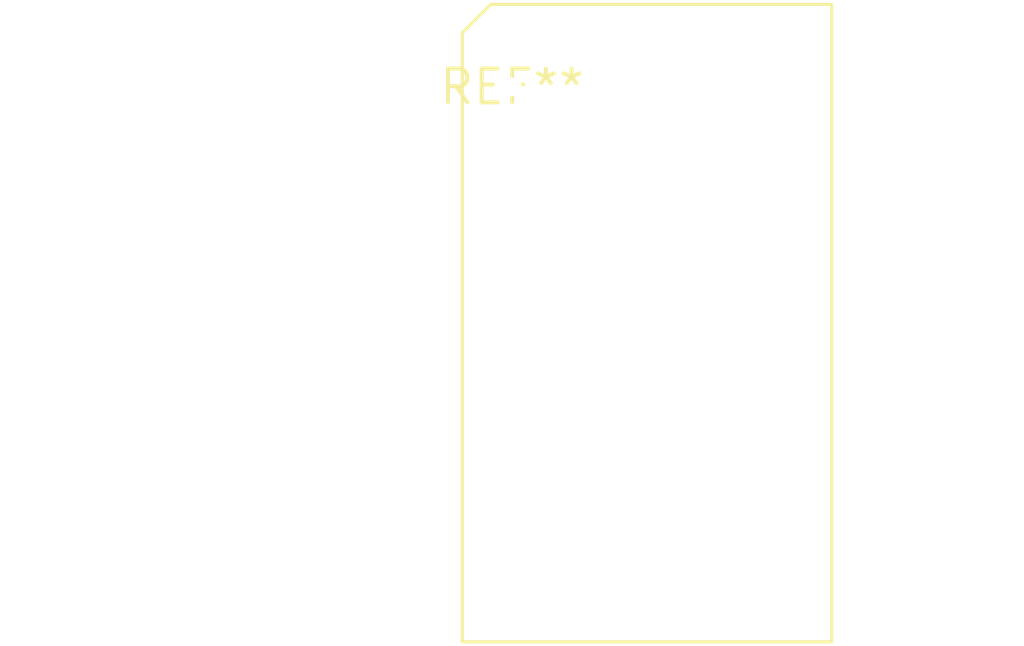
<source format=kicad_pcb>
(kicad_pcb (version 20240108) (generator pcbnew)
  (layers (0 "F.Cu" signal) (31 "B.Cu" signal) (34 "B.Paste" user) (35 "F.Paste" user) (36 "B.SilkS" user "B.Silkscreen") (37 "F.SilkS" user "F.Silkscreen") (38 "B.Mask" user) (39 "F.Mask" user) (44 "Edge.Cuts" user))
  (net 0 "")
  (footprint "Converter_DCDC_TRACO_TEL12-xxxx_THT" (layer "F.Cu") (at 0 0)
    (property "Reference" "REF**")
    (property "Value" "Converter_DCDC_TRACO_TEL12-xxxx_THT")
    (fp_line (start -1.88 -2.045) (end -1.88 20.9) (layer "F.SilkS") (stroke (width 0.12)))
    (fp_line (start -1.88 20.91) (end 12.04 20.91) (layer "F.SilkS") (stroke (width 0.12)))
    (fp_line (start -0.815 -3.11) (end -1.88 -2.045) (layer "F.SilkS") (stroke (width 0.12)))
    (fp_line (start 12.03 -3.11) (end -0.815 -3.11) (layer "F.SilkS") (stroke (width 0.12)))
    (fp_line (start 12.04 20.9) (end 12.04 -3.1) (layer "F.SilkS") (stroke (width 0.12)))
    (pad "1" thru_hole rect (at 0 0) (size 2 1.5) (drill 0.7) (layers *.Cu *.Mask) (remove_unused_layers))
    (pad "8" thru_hole oval (at 0 17.78) (size 2 1.5) (drill 0.7) (layers *.Cu *.Mask) (remove_unused_layers))
    (pad "9" thru_hole oval (at 10.16 17.78) (size 2 1.5) (drill 0.7) (layers *.Cu *.Mask) (remove_unused_layers))
    (pad "10" thru_hole oval (at 10.16 15.24) (size 2 1.5) (drill 0.7) (layers *.Cu *.Mask) (remove_unused_layers))
    (pad "16" thru_hole oval (at 10.16 0) (size 2 1.5) (drill 0.7) (layers *.Cu *.Mask) (remove_unused_layers))
  )
)
</source>
